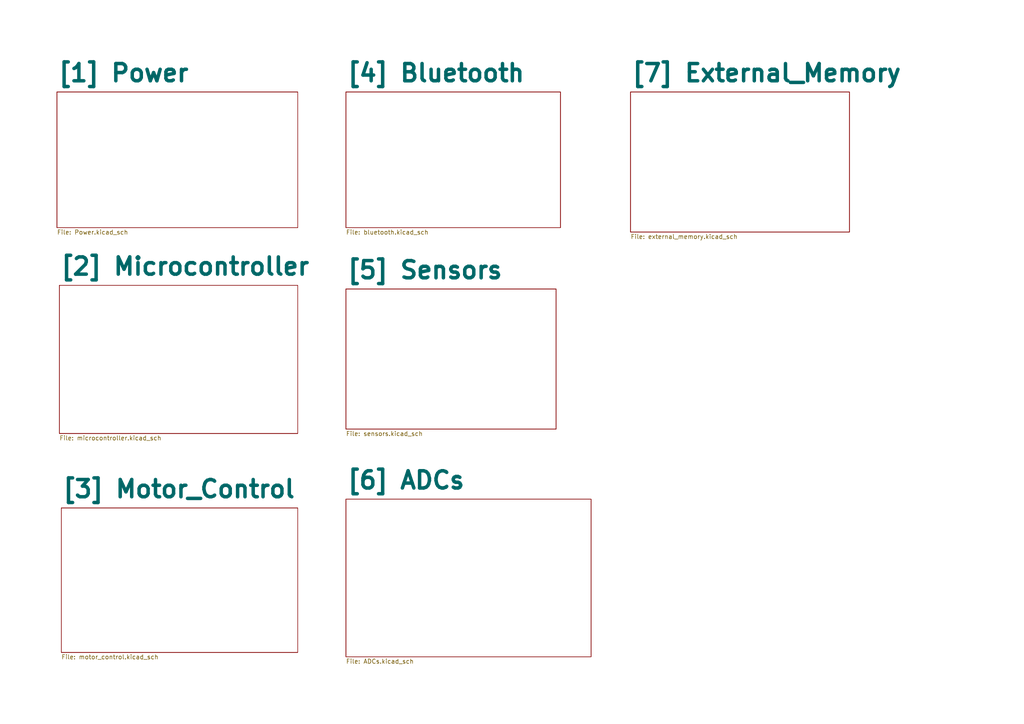
<source format=kicad_sch>
(kicad_sch
	(version 20231120)
	(generator "eeschema")
	(generator_version "8.0")
	(uuid "e63e39d7-6ac0-4ffd-8aa3-1841a4541b55")
	(paper "A4")
	(lib_symbols)
	(sheet
		(at 17.78 147.32)
		(size 68.58 41.91)
		(fields_autoplaced yes)
		(stroke
			(width 0.1524)
			(type solid)
		)
		(fill
			(color 0 0 0 0.0000)
		)
		(uuid "2537d888-fd78-4661-a6de-7d85959a9016")
		(property "Sheetname" "[3] Motor_Control"
			(at 17.78 144.7434 0)
			(effects
				(font
					(size 5 5)
					(bold yes)
				)
				(justify left bottom)
			)
		)
		(property "Sheetfile" "motor_control.kicad_sch"
			(at 17.78 189.8146 0)
			(effects
				(font
					(size 1.27 1.27)
				)
				(justify left top)
			)
		)
		(instances
			(project "RCU"
				(path "/e63e39d7-6ac0-4ffd-8aa3-1841a4541b55"
					(page "3")
				)
			)
		)
	)
	(sheet
		(at 100.33 26.67)
		(size 62.23 39.37)
		(fields_autoplaced yes)
		(stroke
			(width 0.1524)
			(type solid)
		)
		(fill
			(color 0 0 0 0.0000)
		)
		(uuid "2af55460-e33d-4dc0-b588-5a5fc90e3fb4")
		(property "Sheetname" "[4] Bluetooth"
			(at 100.33 24.0934 0)
			(effects
				(font
					(size 5 5)
					(bold yes)
				)
				(justify left bottom)
			)
		)
		(property "Sheetfile" "bluetooth.kicad_sch"
			(at 100.33 66.6246 0)
			(effects
				(font
					(size 1.27 1.27)
				)
				(justify left top)
			)
		)
		(instances
			(project "RCU"
				(path "/e63e39d7-6ac0-4ffd-8aa3-1841a4541b55"
					(page "4")
				)
			)
		)
	)
	(sheet
		(at 182.88 26.67)
		(size 63.5 40.64)
		(fields_autoplaced yes)
		(stroke
			(width 0.1524)
			(type solid)
		)
		(fill
			(color 0 0 0 0.0000)
		)
		(uuid "30f70446-f8fc-40ff-92fb-56eae08fade9")
		(property "Sheetname" "[7] External_Memory"
			(at 182.88 24.0934 0)
			(effects
				(font
					(size 5 5)
					(bold yes)
				)
				(justify left bottom)
			)
		)
		(property "Sheetfile" "external_memory.kicad_sch"
			(at 182.88 67.8946 0)
			(effects
				(font
					(size 1.27 1.27)
				)
				(justify left top)
			)
		)
		(instances
			(project "RCU"
				(path "/e63e39d7-6ac0-4ffd-8aa3-1841a4541b55"
					(page "7")
				)
			)
		)
	)
	(sheet
		(at 100.33 83.82)
		(size 60.96 40.64)
		(fields_autoplaced yes)
		(stroke
			(width 0.1524)
			(type solid)
		)
		(fill
			(color 0 0 0 0.0000)
		)
		(uuid "6678d44b-178f-4b7c-833f-18a4e680f820")
		(property "Sheetname" "[5] Sensors"
			(at 100.33 81.2434 0)
			(effects
				(font
					(size 5 5)
					(bold yes)
				)
				(justify left bottom)
			)
		)
		(property "Sheetfile" "sensors.kicad_sch"
			(at 100.33 125.0446 0)
			(effects
				(font
					(size 1.27 1.27)
				)
				(justify left top)
			)
		)
		(instances
			(project "RCU"
				(path "/e63e39d7-6ac0-4ffd-8aa3-1841a4541b55"
					(page "5")
				)
			)
		)
	)
	(sheet
		(at 16.51 26.67)
		(size 69.85 39.37)
		(fields_autoplaced yes)
		(stroke
			(width 0.1524)
			(type solid)
		)
		(fill
			(color 0 0 0 0.0000)
		)
		(uuid "b265f195-de32-404f-a73c-b2d5ee499e9b")
		(property "Sheetname" "[1] Power"
			(at 16.51 24.0934 0)
			(effects
				(font
					(size 5 5)
					(bold yes)
				)
				(justify left bottom)
			)
		)
		(property "Sheetfile" "Power.kicad_sch"
			(at 16.51 66.6246 0)
			(effects
				(font
					(size 1.27 1.27)
				)
				(justify left top)
			)
		)
		(instances
			(project "RCU"
				(path "/e63e39d7-6ac0-4ffd-8aa3-1841a4541b55"
					(page "1")
				)
			)
		)
	)
	(sheet
		(at 17.2212 82.7532)
		(size 69.1388 42.9768)
		(fields_autoplaced yes)
		(stroke
			(width 0.1524)
			(type solid)
		)
		(fill
			(color 0 0 0 0.0000)
		)
		(uuid "c46a482e-bfa4-4ed5-a49f-3179709c39a1")
		(property "Sheetname" "[2] Microcontroller"
			(at 17.2212 80.1766 0)
			(effects
				(font
					(size 5 5)
					(bold yes)
				)
				(justify left bottom)
			)
		)
		(property "Sheetfile" "microcontroller.kicad_sch"
			(at 17.2212 126.3146 0)
			(effects
				(font
					(size 1.27 1.27)
				)
				(justify left top)
			)
		)
		(instances
			(project "RCU"
				(path "/e63e39d7-6ac0-4ffd-8aa3-1841a4541b55"
					(page "2")
				)
			)
		)
	)
	(sheet
		(at 100.33 144.78)
		(size 71.12 45.72)
		(fields_autoplaced yes)
		(stroke
			(width 0.1524)
			(type solid)
		)
		(fill
			(color 0 0 0 0.0000)
		)
		(uuid "d249f484-be7b-4fe1-aa74-bf5965c8a2c2")
		(property "Sheetname" "[6] ADCs"
			(at 100.33 142.2034 0)
			(effects
				(font
					(size 5 5)
					(bold yes)
				)
				(justify left bottom)
			)
		)
		(property "Sheetfile" "ADCs.kicad_sch"
			(at 100.33 191.0846 0)
			(effects
				(font
					(size 1.27 1.27)
				)
				(justify left top)
			)
		)
		(instances
			(project "RCU"
				(path "/e63e39d7-6ac0-4ffd-8aa3-1841a4541b55"
					(page "6")
				)
			)
		)
	)
	(sheet_instances
		(path "/"
			(page "8")
		)
	)
)

</source>
